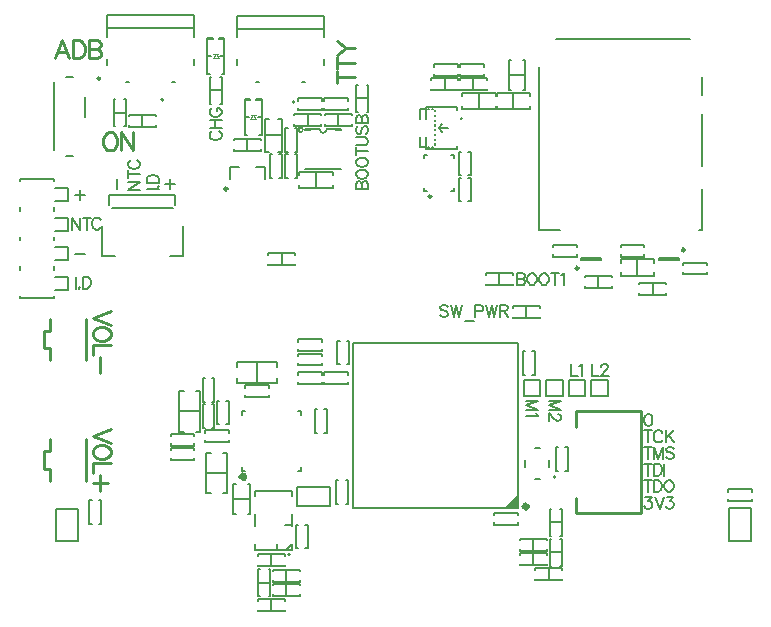
<source format=gto>
G04*
G04 #@! TF.GenerationSoftware,Altium Limited,Altium Designer,22.0.2 (36)*
G04*
G04 Layer_Color=65535*
%FSLAX25Y25*%
%MOIN*%
G70*
G04*
G04 #@! TF.SameCoordinates,2161BBB5-3730-4A37-975F-558EB53CE70B*
G04*
G04*
G04 #@! TF.FilePolarity,Positive*
G04*
G01*
G75*
%ADD10C,0.01000*%
%ADD11C,0.00984*%
%ADD12C,0.00787*%
%ADD13C,0.01968*%
%ADD14C,0.00394*%
%ADD15C,0.00800*%
%ADD16C,0.01500*%
%ADD17C,0.00500*%
%ADD18C,0.00600*%
%ADD19C,0.00591*%
%ADD20C,0.00709*%
G36*
X28346Y-61811D02*
X32283Y-57874D01*
Y-61811D01*
X28346D01*
D02*
G37*
D10*
X13465Y68110D02*
G03*
X13465Y68110I-79J0D01*
G01*
X3347Y42126D02*
G03*
X3347Y42126I-394J0D01*
G01*
X51575Y-63386D02*
Y-58268D01*
Y-63386D02*
X73228D01*
Y-29528D01*
X51575D02*
X73228D01*
X51575Y-34646D02*
Y-29528D01*
X-123622Y-52559D02*
Y-48622D01*
X-125591D02*
X-123622D01*
X-125591D02*
Y-42717D01*
X-123622D01*
Y-38780D01*
X-111811Y-52559D02*
Y-38780D01*
X-123622Y-12402D02*
Y-8465D01*
X-125591D02*
X-123622D01*
X-125591D02*
Y-2559D01*
X-123622D01*
Y1378D01*
X-111811Y-12402D02*
Y1378D01*
X-103450Y3937D02*
X-109449Y1652D01*
X-103450Y-634D02*
X-109449Y1652D01*
X-103450Y-3119D02*
X-103736Y-2547D01*
X-104307Y-1976D01*
X-104878Y-1690D01*
X-105735Y-1405D01*
X-107164D01*
X-108021Y-1690D01*
X-108592Y-1976D01*
X-109163Y-2547D01*
X-109449Y-3119D01*
Y-4261D01*
X-109163Y-4832D01*
X-108592Y-5404D01*
X-108021Y-5689D01*
X-107164Y-5975D01*
X-105735D01*
X-104878Y-5689D01*
X-104307Y-5404D01*
X-103736Y-4832D01*
X-103450Y-4261D01*
Y-3119D01*
Y-7375D02*
X-109449D01*
Y-10803D01*
X-106878Y-11460D02*
Y-16601D01*
X-28046Y81921D02*
X-22047D01*
X-28046Y79921D02*
Y83920D01*
Y86634D02*
X-22047D01*
X-28046Y84635D02*
Y88634D01*
Y89348D02*
X-25189Y91633D01*
X-22047D01*
X-28046Y93918D02*
X-25189Y91633D01*
X-103450Y-35433D02*
X-109449Y-37718D01*
X-103450Y-40003D02*
X-109449Y-37718D01*
X-103450Y-42489D02*
X-103736Y-41917D01*
X-104307Y-41346D01*
X-104878Y-41060D01*
X-105735Y-40775D01*
X-107164D01*
X-108021Y-41060D01*
X-108592Y-41346D01*
X-109163Y-41917D01*
X-109449Y-42489D01*
Y-43631D01*
X-109163Y-44203D01*
X-108592Y-44774D01*
X-108021Y-45060D01*
X-107164Y-45345D01*
X-105735D01*
X-104878Y-45060D01*
X-104307Y-44774D01*
X-103736Y-44203D01*
X-103450Y-43631D01*
Y-42489D01*
Y-46745D02*
X-109449D01*
Y-50173D01*
X-104307Y-53401D02*
X-109449D01*
X-106878Y-50830D02*
Y-55971D01*
X-104192Y63479D02*
X-104763Y63193D01*
X-105334Y62622D01*
X-105620Y62051D01*
X-105905Y61194D01*
Y59765D01*
X-105620Y58909D01*
X-105334Y58337D01*
X-104763Y57766D01*
X-104192Y57480D01*
X-103049D01*
X-102478Y57766D01*
X-101906Y58337D01*
X-101621Y58909D01*
X-101335Y59765D01*
Y61194D01*
X-101621Y62051D01*
X-101906Y62622D01*
X-102478Y63193D01*
X-103049Y63479D01*
X-104192D01*
X-99935D02*
Y57480D01*
Y63479D02*
X-95936Y57480D01*
Y63479D02*
Y57480D01*
X-117477Y88189D02*
X-119762Y94188D01*
X-122047Y88189D01*
X-121190Y90188D02*
X-118334D01*
X-116077Y94188D02*
Y88189D01*
Y94188D02*
X-114077D01*
X-113221Y93902D01*
X-112649Y93331D01*
X-112364Y92759D01*
X-112078Y91903D01*
Y90474D01*
X-112364Y89617D01*
X-112649Y89046D01*
X-113221Y88475D01*
X-114077Y88189D01*
X-116077D01*
X-110735Y94188D02*
Y88189D01*
Y94188D02*
X-108165D01*
X-107308Y93902D01*
X-107022Y93616D01*
X-106736Y93045D01*
Y92474D01*
X-107022Y91903D01*
X-107308Y91617D01*
X-108165Y91331D01*
X-110735D02*
X-108165D01*
X-107308Y91045D01*
X-107022Y90760D01*
X-106736Y90188D01*
Y89332D01*
X-107022Y88760D01*
X-107308Y88475D01*
X-108165Y88189D01*
X-110735D01*
D11*
X-107087Y81496D02*
G03*
X-107087Y81496I-394J0D01*
G01*
X87894Y24311D02*
G03*
X87894Y24311I-492J0D01*
G01*
X52461Y18209D02*
G03*
X52461Y18209I-492J0D01*
G01*
X-64567Y44685D02*
G03*
X-64567Y44685I-492J0D01*
G01*
D12*
X44882Y-51378D02*
G03*
X44882Y-51378I-394J0D01*
G01*
X-85827Y74409D02*
G03*
X-85827Y74409I-394J0D01*
G01*
X-42126Y73622D02*
G03*
X-42126Y73622I-394J0D01*
G01*
X-43701Y-77165D02*
G03*
X-43701Y-77165I-394J0D01*
G01*
X79331Y20866D02*
X86024D01*
X79331Y21654D02*
X86024D01*
X79331Y20866D02*
Y21654D01*
X86024Y20866D02*
Y21654D01*
X53347D02*
X60039D01*
X53347Y20866D02*
X60039D01*
Y21654D01*
X53347Y20866D02*
Y21654D01*
X28346Y-61811D02*
X32283Y-57874D01*
Y-61811D02*
Y-6693D01*
X-22835Y-61811D02*
Y-6693D01*
Y-61811D02*
X32283D01*
X-22835Y-6693D02*
X32283D01*
X-104724Y95374D02*
Y98130D01*
Y85925D02*
Y87894D01*
X-98425Y80413D02*
X-97244D01*
X-83071D02*
X-81890D01*
X-75591Y85925D02*
Y87894D01*
Y95374D02*
Y98130D01*
X-104724D02*
X-75591D01*
Y102461D01*
X-104724D02*
X-75591D01*
X-104724Y98130D02*
Y102461D01*
X44882Y94488D02*
X89764D01*
X39370Y31102D02*
Y85433D01*
Y31102D02*
X46457D01*
X92520D02*
X93701D01*
Y44488D01*
Y52362D02*
Y69685D01*
Y75984D02*
Y81890D01*
X-61417Y98032D02*
Y102362D01*
X-32283D01*
Y98032D02*
Y102362D01*
X-61417Y98032D02*
X-32283D01*
Y95276D02*
Y98032D01*
Y85827D02*
Y87795D01*
X-39764Y80315D02*
X-38583D01*
X-55118D02*
X-53937D01*
X-61417Y85827D02*
Y87795D01*
Y95276D02*
Y98032D01*
X-55020Y51968D02*
X-51968D01*
Y48031D02*
Y51968D01*
X-63779D02*
X-60728D01*
X-63779Y48031D02*
Y51968D01*
X-38583Y64370D02*
X-36968D01*
X-28386D02*
X-26772D01*
X-38583Y51378D02*
X-36968D01*
X-28386D02*
X-26772D01*
X-133858Y47244D02*
Y48031D01*
X-122441D01*
Y47244D02*
Y48031D01*
X-133858Y8268D02*
Y9055D01*
Y8268D02*
X-122441D01*
Y9055D01*
X-122047Y11024D02*
X-117717D01*
Y15354D01*
X-122047D02*
X-117717D01*
X-122047Y25197D02*
X-117717D01*
Y20866D02*
Y25197D01*
X-122047Y20866D02*
X-117717D01*
X-122047Y35039D02*
X-117717D01*
Y30709D02*
Y35039D01*
X-122047Y30709D02*
X-117717D01*
X-122047Y44882D02*
X-117717D01*
Y40551D02*
Y44882D01*
X-122047Y40551D02*
X-117717D01*
X-133858Y37402D02*
Y38583D01*
Y27559D02*
Y28740D01*
Y17717D02*
Y18898D01*
X-122441Y37402D02*
Y38583D01*
Y27559D02*
Y28740D01*
Y17717D02*
Y18898D01*
X-55512Y-67716D02*
Y-63779D01*
X-42913Y-67716D02*
Y-63779D01*
X-55512Y-75591D02*
Y-73622D01*
Y-75591D02*
X-42913D01*
Y-73622D01*
X-55512Y-57874D02*
Y-55905D01*
X-42913D01*
Y-57874D02*
Y-55905D01*
X-44882Y-75591D02*
X-42913Y-73622D01*
X-45276Y-67323D02*
X-42913D01*
X-48031Y-75591D02*
Y-73622D01*
D13*
X35335Y-61221D02*
G03*
X35335Y-61221I-492J0D01*
G01*
D14*
X-39961Y64370D02*
G03*
X-39961Y64370I-197J0D01*
G01*
X-68504Y89665D02*
X-67520Y88287D01*
X-68504D02*
X-67520D01*
X-68504Y89665D02*
X-67618D01*
X-69390D02*
X-68504D01*
X-69488Y88287D02*
X-68504D01*
X-69488D02*
X-68504Y89665D01*
X-55905Y69390D02*
X-54921Y68012D01*
X-55905D02*
X-54921D01*
X-55905Y69390D02*
X-55020D01*
X-56791D02*
X-55905D01*
X-56890Y68012D02*
X-55905D01*
X-56890D02*
X-55905Y69390D01*
D15*
X-33858Y64567D02*
G03*
X-31496Y64567I1181J0D01*
G01*
X-39438Y64370D02*
G03*
X-39438Y64370I-722J0D01*
G01*
X-31496Y64567D02*
X-26772D01*
X-38583D02*
X-33858D01*
X-38583Y51181D02*
X-26772D01*
X-21684Y44488D02*
X-17685D01*
X-21684D02*
Y46202D01*
X-21494Y46773D01*
X-21303Y46964D01*
X-20922Y47154D01*
X-20542D01*
X-20161Y46964D01*
X-19970Y46773D01*
X-19780Y46202D01*
Y44488D02*
Y46202D01*
X-19589Y46773D01*
X-19399Y46964D01*
X-19018Y47154D01*
X-18447D01*
X-18066Y46964D01*
X-17876Y46773D01*
X-17685Y46202D01*
Y44488D01*
X-21684Y49192D02*
X-21494Y48811D01*
X-21113Y48430D01*
X-20732Y48240D01*
X-20161Y48049D01*
X-19208D01*
X-18637Y48240D01*
X-18256Y48430D01*
X-17876Y48811D01*
X-17685Y49192D01*
Y49954D01*
X-17876Y50335D01*
X-18256Y50715D01*
X-18637Y50906D01*
X-19208Y51096D01*
X-20161D01*
X-20732Y50906D01*
X-21113Y50715D01*
X-21494Y50335D01*
X-21684Y49954D01*
Y49192D01*
Y53172D02*
X-21494Y52791D01*
X-21113Y52410D01*
X-20732Y52220D01*
X-20161Y52029D01*
X-19208D01*
X-18637Y52220D01*
X-18256Y52410D01*
X-17876Y52791D01*
X-17685Y53172D01*
Y53934D01*
X-17876Y54315D01*
X-18256Y54695D01*
X-18637Y54886D01*
X-19208Y55076D01*
X-20161D01*
X-20732Y54886D01*
X-21113Y54695D01*
X-21494Y54315D01*
X-21684Y53934D01*
Y53172D01*
Y57343D02*
X-17685D01*
X-21684Y56010D02*
Y58676D01*
Y59152D02*
X-18828D01*
X-18256Y59342D01*
X-17876Y59723D01*
X-17685Y60294D01*
Y60675D01*
X-17876Y61247D01*
X-18256Y61627D01*
X-18828Y61818D01*
X-21684D01*
X-21113Y65588D02*
X-21494Y65208D01*
X-21684Y64636D01*
Y63875D01*
X-21494Y63303D01*
X-21113Y62922D01*
X-20732D01*
X-20351Y63113D01*
X-20161Y63303D01*
X-19970Y63684D01*
X-19589Y64827D01*
X-19399Y65208D01*
X-19208Y65398D01*
X-18828Y65588D01*
X-18256D01*
X-17876Y65208D01*
X-17685Y64636D01*
Y63875D01*
X-17876Y63303D01*
X-18256Y62922D01*
X-21684Y66483D02*
X-17685D01*
X-21684D02*
Y68197D01*
X-21494Y68769D01*
X-21303Y68959D01*
X-20922Y69150D01*
X-20542D01*
X-20161Y68959D01*
X-19970Y68769D01*
X-19780Y68197D01*
Y66483D02*
Y68197D01*
X-19589Y68769D01*
X-19399Y68959D01*
X-19018Y69150D01*
X-18447D01*
X-18066Y68959D01*
X-17876Y68769D01*
X-17685Y68197D01*
Y66483D01*
X8965Y5396D02*
X8584Y5777D01*
X8013Y5968D01*
X7251D01*
X6680Y5777D01*
X6299Y5396D01*
Y5015D01*
X6490Y4635D01*
X6680Y4444D01*
X7061Y4254D01*
X8204Y3873D01*
X8584Y3682D01*
X8775Y3492D01*
X8965Y3111D01*
Y2540D01*
X8584Y2159D01*
X8013Y1969D01*
X7251D01*
X6680Y2159D01*
X6299Y2540D01*
X9860Y5968D02*
X10813Y1969D01*
X11765Y5968D02*
X10813Y1969D01*
X11765Y5968D02*
X12717Y1969D01*
X13669Y5968D02*
X12717Y1969D01*
X14469Y635D02*
X17516D01*
X18030Y3873D02*
X19744D01*
X20315Y4063D01*
X20506Y4254D01*
X20696Y4635D01*
Y5206D01*
X20506Y5587D01*
X20315Y5777D01*
X19744Y5968D01*
X18030D01*
Y1969D01*
X21591Y5968D02*
X22543Y1969D01*
X23495Y5968D02*
X22543Y1969D01*
X23495Y5968D02*
X24448Y1969D01*
X25400Y5968D02*
X24448Y1969D01*
X26200Y5968D02*
Y1969D01*
Y5968D02*
X27914D01*
X28485Y5777D01*
X28675Y5587D01*
X28866Y5206D01*
Y4825D01*
X28675Y4444D01*
X28485Y4254D01*
X27914Y4063D01*
X26200D01*
X27533D02*
X28866Y1969D01*
X31890Y16598D02*
Y12598D01*
Y16598D02*
X33604D01*
X34175Y16407D01*
X34365Y16217D01*
X34556Y15836D01*
Y15455D01*
X34365Y15074D01*
X34175Y14884D01*
X33604Y14693D01*
X31890D02*
X33604D01*
X34175Y14503D01*
X34365Y14312D01*
X34556Y13931D01*
Y13360D01*
X34365Y12979D01*
X34175Y12789D01*
X33604Y12598D01*
X31890D01*
X36593Y16598D02*
X36213Y16407D01*
X35832Y16026D01*
X35641Y15645D01*
X35451Y15074D01*
Y14122D01*
X35641Y13551D01*
X35832Y13170D01*
X36213Y12789D01*
X36593Y12598D01*
X37355D01*
X37736Y12789D01*
X38117Y13170D01*
X38307Y13551D01*
X38498Y14122D01*
Y15074D01*
X38307Y15645D01*
X38117Y16026D01*
X37736Y16407D01*
X37355Y16598D01*
X36593D01*
X40574D02*
X40193Y16407D01*
X39812Y16026D01*
X39621Y15645D01*
X39431Y15074D01*
Y14122D01*
X39621Y13551D01*
X39812Y13170D01*
X40193Y12789D01*
X40574Y12598D01*
X41335D01*
X41716Y12789D01*
X42097Y13170D01*
X42287Y13551D01*
X42478Y14122D01*
Y15074D01*
X42287Y15645D01*
X42097Y16026D01*
X41716Y16407D01*
X41335Y16598D01*
X40574D01*
X44744D02*
Y12598D01*
X43411Y16598D02*
X46077D01*
X46553Y15836D02*
X46934Y16026D01*
X47506Y16598D01*
Y12598D01*
X75743Y-35863D02*
Y-39862D01*
X74409Y-35863D02*
X77075D01*
X80408Y-36815D02*
X80218Y-36434D01*
X79837Y-36053D01*
X79456Y-35863D01*
X78694D01*
X78313Y-36053D01*
X77933Y-36434D01*
X77742Y-36815D01*
X77552Y-37387D01*
Y-38339D01*
X77742Y-38910D01*
X77933Y-39291D01*
X78313Y-39672D01*
X78694Y-39862D01*
X79456D01*
X79837Y-39672D01*
X80218Y-39291D01*
X80408Y-38910D01*
X81532Y-35863D02*
Y-39862D01*
X84198Y-35863D02*
X81532Y-38529D01*
X82484Y-37577D02*
X84198Y-39862D01*
X75743Y-41375D02*
Y-45374D01*
X74409Y-41375D02*
X77075D01*
X77552D02*
Y-45374D01*
Y-41375D02*
X79075Y-45374D01*
X80599Y-41375D02*
X79075Y-45374D01*
X80599Y-41375D02*
Y-45374D01*
X84407Y-41946D02*
X84026Y-41565D01*
X83455Y-41375D01*
X82693D01*
X82122Y-41565D01*
X81741Y-41946D01*
Y-42327D01*
X81932Y-42708D01*
X82122Y-42898D01*
X82503Y-43089D01*
X83646Y-43470D01*
X84026Y-43660D01*
X84217Y-43850D01*
X84407Y-44231D01*
Y-44803D01*
X84026Y-45184D01*
X83455Y-45374D01*
X82693D01*
X82122Y-45184D01*
X81741Y-44803D01*
X75743Y-46887D02*
Y-50886D01*
X74409Y-46887D02*
X77075D01*
X77552D02*
Y-50886D01*
Y-46887D02*
X78885D01*
X79456Y-47077D01*
X79837Y-47458D01*
X80027Y-47839D01*
X80218Y-48410D01*
Y-49362D01*
X80027Y-49934D01*
X79837Y-50314D01*
X79456Y-50695D01*
X78885Y-50886D01*
X77552D01*
X81113Y-46887D02*
Y-50886D01*
X75743Y-52399D02*
Y-56398D01*
X74409Y-52399D02*
X77075D01*
X77552D02*
Y-56398D01*
Y-52399D02*
X78885D01*
X79456Y-52589D01*
X79837Y-52970D01*
X80027Y-53351D01*
X80218Y-53922D01*
Y-54874D01*
X80027Y-55445D01*
X79837Y-55826D01*
X79456Y-56207D01*
X78885Y-56398D01*
X77552D01*
X82255Y-52399D02*
X81875Y-52589D01*
X81494Y-52970D01*
X81303Y-53351D01*
X81113Y-53922D01*
Y-54874D01*
X81303Y-55445D01*
X81494Y-55826D01*
X81875Y-56207D01*
X82255Y-56398D01*
X83017D01*
X83398Y-56207D01*
X83779Y-55826D01*
X83969Y-55445D01*
X84160Y-54874D01*
Y-53922D01*
X83969Y-53351D01*
X83779Y-52970D01*
X83398Y-52589D01*
X83017Y-52399D01*
X82255D01*
X74790Y-57910D02*
X76885D01*
X75743Y-59434D01*
X76314D01*
X76695Y-59624D01*
X76885Y-59815D01*
X77075Y-60386D01*
Y-60767D01*
X76885Y-61338D01*
X76504Y-61719D01*
X75933Y-61910D01*
X75362D01*
X74790Y-61719D01*
X74600Y-61529D01*
X74409Y-61148D01*
X77971Y-57910D02*
X79494Y-61910D01*
X81018Y-57910D02*
X79494Y-61910D01*
X81913Y-57910D02*
X84007D01*
X82865Y-59434D01*
X83436D01*
X83817Y-59624D01*
X84007Y-59815D01*
X84198Y-60386D01*
Y-60767D01*
X84007Y-61338D01*
X83627Y-61719D01*
X83055Y-61910D01*
X82484D01*
X81913Y-61719D01*
X81722Y-61529D01*
X81532Y-61148D01*
X75552Y-30351D02*
X74981Y-30542D01*
X74600Y-31113D01*
X74409Y-32065D01*
Y-32636D01*
X74600Y-33589D01*
X74981Y-34160D01*
X75552Y-34350D01*
X75933D01*
X76504Y-34160D01*
X76885Y-33589D01*
X77075Y-32636D01*
Y-32065D01*
X76885Y-31113D01*
X76504Y-30542D01*
X75933Y-30351D01*
X75552D01*
X-85318Y46202D02*
X-81890D01*
X-83604Y44488D02*
Y47916D01*
X-97700Y44449D02*
X-93701D01*
X-97700D02*
X-93701Y47115D01*
X-97700D02*
X-93701D01*
X-97700Y49553D02*
X-93701D01*
X-97700Y48219D02*
Y50886D01*
X-96748Y54218D02*
X-97129Y54028D01*
X-97509Y53647D01*
X-97700Y53266D01*
Y52504D01*
X-97509Y52123D01*
X-97129Y51743D01*
X-96748Y51552D01*
X-96176Y51362D01*
X-95224D01*
X-94653Y51552D01*
X-94272Y51743D01*
X-93891Y52123D01*
X-93701Y52504D01*
Y53266D01*
X-93891Y53647D01*
X-94272Y54028D01*
X-94653Y54218D01*
X-101320Y44488D02*
Y47916D01*
X-91401Y44488D02*
X-87402D01*
X-87783Y45517D02*
X-87592Y45326D01*
X-87402Y45517D01*
X-87592Y45707D01*
X-87783Y45517D01*
X-91401Y46583D02*
X-87402D01*
X-91401D02*
Y47916D01*
X-91210Y48487D01*
X-90829Y48868D01*
X-90449Y49059D01*
X-89877Y49249D01*
X-88925D01*
X-88354Y49059D01*
X-87973Y48868D01*
X-87592Y48487D01*
X-87402Y47916D01*
Y46583D01*
X-69582Y63880D02*
X-69963Y63690D01*
X-70344Y63309D01*
X-70535Y62928D01*
Y62166D01*
X-70344Y61785D01*
X-69963Y61405D01*
X-69582Y61214D01*
X-69011Y61024D01*
X-68059D01*
X-67488Y61214D01*
X-67107Y61405D01*
X-66726Y61785D01*
X-66535Y62166D01*
Y62928D01*
X-66726Y63309D01*
X-67107Y63690D01*
X-67488Y63880D01*
X-70535Y65004D02*
X-66535D01*
X-70535Y67670D02*
X-66535D01*
X-68630Y65004D02*
Y67670D01*
X-69582Y71631D02*
X-69963Y71440D01*
X-70344Y71060D01*
X-70535Y70679D01*
Y69917D01*
X-70344Y69536D01*
X-69963Y69155D01*
X-69582Y68965D01*
X-69011Y68774D01*
X-68059D01*
X-67488Y68965D01*
X-67107Y69155D01*
X-66726Y69536D01*
X-66535Y69917D01*
Y70679D01*
X-66726Y71060D01*
X-67107Y71440D01*
X-67488Y71631D01*
X-68059D01*
Y70679D02*
Y71631D01*
X39039Y-25984D02*
X35039D01*
X39039D02*
X35039Y-27508D01*
X39039Y-29031D02*
X35039Y-27508D01*
X39039Y-29031D02*
X35039D01*
X38277Y-30174D02*
X38467Y-30555D01*
X39039Y-31126D01*
X35039D01*
X46519Y-25984D02*
X42520D01*
X46519D02*
X42520Y-27508D01*
X46519Y-29031D02*
X42520Y-27508D01*
X46519Y-29031D02*
X42520D01*
X45567Y-30364D02*
X45757D01*
X46138Y-30555D01*
X46328Y-30745D01*
X46519Y-31126D01*
Y-31888D01*
X46328Y-32269D01*
X46138Y-32459D01*
X45757Y-32649D01*
X45376D01*
X44995Y-32459D01*
X44424Y-32078D01*
X42520Y-30174D01*
Y-32840D01*
X50000Y-13717D02*
Y-17717D01*
X52285D01*
X52723Y-14479D02*
X53104Y-14289D01*
X53675Y-13717D01*
Y-17717D01*
X57087Y-13717D02*
Y-17717D01*
X59372D01*
X60000Y-14670D02*
Y-14479D01*
X60191Y-14098D01*
X60381Y-13908D01*
X60762Y-13717D01*
X61524D01*
X61905Y-13908D01*
X62095Y-14098D01*
X62286Y-14479D01*
Y-14860D01*
X62095Y-15241D01*
X61714Y-15812D01*
X59810Y-17717D01*
X62476D01*
X-113640Y44373D02*
Y40945D01*
X-115354Y42659D02*
X-111926D01*
X-116535Y35102D02*
Y31102D01*
Y35102D02*
X-113869Y31102D01*
Y35102D02*
Y31102D01*
X-111432Y35102D02*
Y31102D01*
X-112765Y35102D02*
X-110099D01*
X-106766Y34149D02*
X-106957Y34530D01*
X-107337Y34911D01*
X-107718Y35102D01*
X-108480D01*
X-108861Y34911D01*
X-109242Y34530D01*
X-109432Y34149D01*
X-109623Y33578D01*
Y32626D01*
X-109432Y32054D01*
X-109242Y31674D01*
X-108861Y31293D01*
X-108480Y31102D01*
X-107718D01*
X-107337Y31293D01*
X-106957Y31674D01*
X-106766Y32054D01*
X-115354Y22974D02*
X-111926D01*
X-114961Y15416D02*
Y11417D01*
X-113932Y11798D02*
X-114123Y11608D01*
X-113932Y11417D01*
X-113742Y11608D01*
X-113932Y11798D01*
X-112866Y15416D02*
Y11417D01*
Y15416D02*
X-111533D01*
X-110961Y15226D01*
X-110581Y14845D01*
X-110390Y14464D01*
X-110200Y13893D01*
Y12941D01*
X-110390Y12370D01*
X-110581Y11989D01*
X-110961Y11608D01*
X-111533Y11417D01*
X-112866D01*
D16*
X-58793Y-51370D02*
G03*
X-58793Y-51370I-707J0D01*
G01*
D17*
X-81890Y39370D02*
Y42520D01*
X-103937D02*
X-81890D01*
X-103937Y39370D02*
Y42520D01*
X-106299Y22441D02*
X-101969D01*
X-106299D02*
Y32283D01*
X-83858Y22441D02*
X-79528D01*
Y32283D01*
X-103150Y38189D02*
X-82677D01*
X109990Y-72638D02*
Y-61811D01*
X102628D02*
X109990D01*
X102628Y-72638D02*
X109990D01*
X102628D02*
Y-61811D01*
X-121811Y-72716D02*
Y-61890D01*
Y-72716D02*
X-114449D01*
X-121811Y-61890D02*
X-114449D01*
Y-72716D02*
Y-61890D01*
X-118504Y55709D02*
X-116142D01*
X-118504Y82087D02*
X-116142D01*
X-122441Y57480D02*
Y80315D01*
X-112205Y68504D02*
Y75197D01*
X984Y44094D02*
X1969D01*
X984D02*
Y45079D01*
Y54921D02*
Y55905D01*
X1969D01*
X9843Y44094D02*
X10827D01*
Y45079D01*
X9843Y55905D02*
X10827D01*
Y54921D02*
Y55905D01*
X42618Y-48130D02*
Y-45768D01*
X34744Y-48130D02*
Y-45768D01*
X37894Y-41831D02*
X39469D01*
X37894Y-52067D02*
X39469D01*
D18*
X5906Y64961D02*
X7087Y66142D01*
X5906Y64961D02*
X7087Y63779D01*
X5906Y64961D02*
X9055D01*
X4724Y65748D02*
Y66142D01*
Y64173D02*
Y64567D01*
Y67323D02*
Y67716D01*
Y62598D02*
Y62992D01*
Y61024D02*
Y61417D01*
Y68898D02*
Y69291D01*
Y70472D02*
Y70866D01*
X3543Y71260D02*
X3937D01*
X2362D02*
X2756D01*
X4724Y59449D02*
Y59842D01*
X3543Y58661D02*
X3937D01*
X2362D02*
X2756D01*
X1575Y68110D02*
Y72047D01*
X11811D01*
Y70866D02*
Y72047D01*
X1575Y57874D02*
Y61811D01*
Y57874D02*
X11811D01*
Y59055D01*
X-394Y58661D02*
X1575D01*
X-394D02*
X-394Y61811D01*
X-394Y68110D02*
Y71260D01*
X1575D01*
X-59850Y-29520D02*
X-58800D01*
X-40150Y-30570D02*
Y-29520D01*
X-59850Y-49220D02*
Y-48170D01*
X-40150Y-49220D02*
Y-48170D01*
X-41200Y-29520D02*
X-40150D01*
X-59850Y-30570D02*
Y-29520D01*
Y-49220D02*
X-58800D01*
X-41200D02*
X-40150D01*
D19*
X19291Y71260D02*
Y76772D01*
X13780Y75590D02*
Y76772D01*
X24803D01*
Y75590D02*
Y76772D01*
Y71260D02*
Y72441D01*
X13780Y71260D02*
X24803D01*
X13780D02*
Y72441D01*
X12992Y85433D02*
Y86221D01*
X20866D01*
Y85433D02*
Y86221D01*
Y82284D02*
Y83071D01*
X12992Y82284D02*
X20866D01*
X12992D02*
Y83071D01*
X17323Y77528D02*
Y81528D01*
X21823Y77528D02*
Y78028D01*
X12823Y77528D02*
X21823D01*
X12823D02*
Y78028D01*
Y81028D02*
Y81528D01*
X21823D01*
Y81028D02*
Y81528D01*
X25197Y71260D02*
Y72441D01*
Y71260D02*
X36220D01*
Y72441D01*
Y75590D02*
Y76772D01*
X25197D02*
X36220D01*
X25197Y75590D02*
Y76772D01*
X30709Y71260D02*
Y76772D01*
X-41732Y-75197D02*
X-40945D01*
X-41732D02*
Y-67323D01*
X-40945D01*
X-38583D02*
X-37795D01*
Y-75197D02*
Y-67323D01*
X-38583Y-75197D02*
X-37795D01*
X-62598Y-58661D02*
X-57087D01*
X-57842Y-53661D02*
X-57087D01*
Y-63661D02*
Y-53661D01*
X-57842Y-63661D02*
X-57087D01*
X-62598D02*
X-61843D01*
X-62598D02*
Y-53661D01*
X-61843D01*
X-110630Y-59055D02*
X-109843D01*
X-110630Y-66929D02*
Y-59055D01*
Y-66929D02*
X-109843D01*
X-107480D02*
X-106693D01*
Y-59055D01*
X-107480D02*
X-106693D01*
X102362Y-59449D02*
Y-58661D01*
Y-59449D02*
X110236D01*
Y-58661D01*
Y-56299D02*
Y-55512D01*
X102362D02*
X110236D01*
X102362Y-56299D02*
Y-55512D01*
X7874Y77528D02*
Y81528D01*
X3374Y81028D02*
Y81528D01*
X12374D01*
Y81028D02*
Y81528D01*
Y77528D02*
Y78028D01*
X3374Y77528D02*
X12374D01*
X3374D02*
Y78028D01*
X12205Y82284D02*
Y83071D01*
X4331Y82284D02*
X12205D01*
X4331D02*
Y83071D01*
Y85433D02*
Y86221D01*
X12205D01*
Y85433D02*
Y86221D01*
X-32283Y-20472D02*
Y-19685D01*
Y-20472D02*
X-24409D01*
Y-19685D01*
Y-17323D02*
Y-16535D01*
X-32283D02*
X-24409D01*
X-32283Y-17323D02*
Y-16535D01*
X-33203Y-14173D02*
Y-13386D01*
X-41077Y-14173D02*
X-33203D01*
X-41077D02*
Y-13386D01*
Y-11024D02*
Y-10236D01*
X-33203D01*
Y-11024D02*
Y-10236D01*
X-41077Y-17323D02*
Y-16535D01*
X-33203D01*
Y-17323D02*
Y-16535D01*
Y-20472D02*
Y-19685D01*
X-41077Y-20472D02*
X-33203D01*
X-41077D02*
Y-19685D01*
Y-9449D02*
Y-8661D01*
Y-9449D02*
X-33203D01*
Y-8661D01*
Y-6299D02*
Y-5512D01*
X-41077D02*
X-33203D01*
X-41077Y-6299D02*
Y-5512D01*
X35039Y1543D02*
Y5543D01*
X30539Y5043D02*
Y5543D01*
X39539D01*
Y5043D02*
Y5543D01*
Y1543D02*
Y2043D01*
X30539Y1543D02*
X39539D01*
X30539D02*
Y2043D01*
X-64173Y-36614D02*
Y-35827D01*
X-72047D02*
X-64173D01*
X-72047Y-36614D02*
Y-35827D01*
Y-39764D02*
Y-38976D01*
Y-39764D02*
X-64173D01*
Y-38976D01*
X-21685Y74803D02*
X-17685D01*
X-18185Y79303D02*
X-17685D01*
Y70303D02*
Y79303D01*
X-18185Y70303D02*
X-17685D01*
X-21685D02*
X-21185D01*
X-21685D02*
Y79303D01*
X-21185D01*
X81665Y12917D02*
Y13417D01*
X72665D02*
X81665D01*
X72665Y12917D02*
Y13417D01*
Y9417D02*
Y9917D01*
Y9417D02*
X81665D01*
Y9917D01*
X77165Y9417D02*
Y13417D01*
X74410Y25197D02*
Y25984D01*
X66535D02*
X74410D01*
X66535Y25197D02*
Y25984D01*
Y22047D02*
Y22835D01*
Y22047D02*
X74410D01*
Y22835D01*
X95276Y19291D02*
Y20079D01*
X87402D02*
X95276D01*
X87402Y19291D02*
Y20079D01*
Y16142D02*
Y16929D01*
Y16142D02*
X95276D01*
Y16929D01*
X77559Y20079D02*
Y21260D01*
X66535D02*
X77559D01*
X66535Y20079D02*
Y21260D01*
Y15748D02*
Y16929D01*
Y15748D02*
X77559D01*
Y16929D01*
X72047Y15748D02*
Y21260D01*
X54555Y11779D02*
Y12280D01*
Y11779D02*
X63555D01*
Y12280D01*
Y15280D02*
Y15779D01*
X54555D02*
X63555D01*
X54555Y15280D02*
Y15779D01*
X59055Y11779D02*
Y15779D01*
X44094Y22047D02*
Y22835D01*
Y22047D02*
X51968D01*
Y22835D01*
Y25197D02*
Y25984D01*
X44094D02*
X51968D01*
X44094Y25197D02*
Y25984D01*
X15748Y48425D02*
X16535D01*
Y40551D02*
Y48425D01*
X15748Y40551D02*
X16535D01*
X12598D02*
X13386D01*
X12598D02*
Y48425D01*
X13386D01*
X-41957Y22760D02*
Y23260D01*
X-50957D02*
X-41957D01*
X-50957Y22760D02*
Y23260D01*
Y19260D02*
Y19760D01*
Y19260D02*
X-41957D01*
Y19760D01*
X-46457Y19260D02*
Y23260D01*
X-92913Y65323D02*
Y69323D01*
X-97413Y68823D02*
Y69323D01*
X-88413D01*
Y68823D02*
Y69323D01*
Y65323D02*
Y65823D01*
X-97413Y65323D02*
X-88413D01*
X-97413D02*
Y65823D01*
X42882Y-66535D02*
X46882D01*
X46382Y-62035D02*
X46882D01*
Y-71035D02*
Y-62035D01*
X46382Y-71035D02*
X46882D01*
X42882D02*
X43382D01*
X42882D02*
Y-62035D01*
X43382D01*
X42882Y-76378D02*
X46882D01*
X46382Y-71878D02*
X46882D01*
Y-80878D02*
Y-71878D01*
X46382Y-80878D02*
X46882D01*
X42882D02*
X43382D01*
X42882D02*
Y-71878D01*
X43382D01*
X37402Y-80740D02*
Y-76740D01*
X32902Y-77240D02*
Y-76740D01*
X41902D01*
Y-77240D02*
Y-76740D01*
Y-80740D02*
Y-80240D01*
X32902Y-80740D02*
X41902D01*
X32902D02*
Y-80240D01*
X42520Y-85858D02*
Y-81858D01*
X47020Y-85858D02*
Y-85358D01*
X38020Y-85858D02*
X47020D01*
X38020D02*
Y-85358D01*
Y-82358D02*
Y-81858D01*
X47020D01*
Y-82358D02*
Y-81858D01*
X-24803Y-5906D02*
X-24016D01*
Y-13780D02*
Y-5906D01*
X-24803Y-13780D02*
X-24016D01*
X-27953D02*
X-27165D01*
X-27953D02*
Y-5906D01*
X-27165D01*
X24409Y-67323D02*
Y-66535D01*
Y-67323D02*
X32283D01*
Y-66535D01*
Y-64173D02*
Y-63386D01*
X24409D02*
X32283D01*
X24409Y-64173D02*
Y-63386D01*
X44882Y-41339D02*
X45669D01*
X44882Y-49213D02*
Y-41339D01*
Y-49213D02*
X45669D01*
X48031D02*
X48819D01*
Y-41339D01*
X48031D02*
X48819D01*
X15748Y57087D02*
X16535D01*
Y49213D02*
Y57087D01*
X15748Y49213D02*
X16535D01*
X12598D02*
X13386D01*
X12598D02*
Y57087D01*
X13386D01*
X-29528Y49213D02*
Y50394D01*
X-40551D02*
X-29528D01*
X-40551Y49213D02*
Y50394D01*
Y44882D02*
Y46063D01*
Y44882D02*
X-29528D01*
Y46063D01*
X-35039Y44882D02*
Y50394D01*
X-47244Y48425D02*
X-46457D01*
Y56299D01*
X-47244D02*
X-46457D01*
X-50394D02*
X-49606D01*
X-50394Y48425D02*
Y56299D01*
Y48425D02*
X-49606D01*
X-42126D02*
X-41339D01*
Y56299D01*
X-42126D02*
X-41339D01*
X-45276D02*
X-44488D01*
X-45276Y48425D02*
Y56299D01*
Y48425D02*
X-44488D01*
X-45276Y64961D02*
X-44488D01*
X-45276Y57087D02*
Y64961D01*
Y57087D02*
X-44488D01*
X-42126D02*
X-41339D01*
Y64961D01*
X-42126D02*
X-41339D01*
X-40945Y70866D02*
Y71654D01*
Y70866D02*
X-33071D01*
Y71654D01*
Y74016D02*
Y74803D01*
X-40945D02*
X-33071D01*
X-40945Y74016D02*
Y74803D01*
X-24409Y74016D02*
Y74803D01*
X-32283D02*
X-24409D01*
X-32283Y74016D02*
Y74803D01*
Y70866D02*
Y71654D01*
Y70866D02*
X-24409D01*
Y71654D01*
X-47638Y57087D02*
X-46457D01*
Y68110D01*
X-47638D02*
X-46457D01*
X-51968D02*
X-50787D01*
X-51968Y57087D02*
Y68110D01*
Y57087D02*
X-50787D01*
X-51968Y62599D02*
X-46457D01*
X-71260Y88976D02*
X-69882D01*
X-67126D02*
X-65748D01*
X-66504Y82976D02*
X-65748D01*
Y94882D01*
X-67504Y94476D02*
X-65748D01*
X-71260D02*
X-69504D01*
X-71260Y82976D02*
Y94882D01*
Y82976D02*
X-70504D01*
X-65748Y94476D02*
Y94976D01*
X-67504D02*
X-65748D01*
X-67504Y94476D02*
Y94976D01*
X-71260Y94476D02*
Y94976D01*
X-69504D01*
Y94476D02*
Y94976D01*
X-58661Y68701D02*
X-57284D01*
X-54528D02*
X-53150D01*
X-56906Y74201D02*
Y74701D01*
X-58661D02*
X-56906D01*
X-58661Y74201D02*
Y74701D01*
X-54905Y74201D02*
Y74701D01*
X-53150D01*
Y74201D02*
Y74701D01*
X-58661Y62701D02*
X-57906D01*
X-58661D02*
Y74606D01*
Y74201D02*
X-56906D01*
X-54905D02*
X-53150D01*
Y62701D02*
Y74606D01*
X-53905Y62701D02*
X-53150D01*
X-70504Y82059D02*
X-70004D01*
X-70504Y73059D02*
Y82059D01*
Y73059D02*
X-70004D01*
X-67004D02*
X-66504D01*
Y82059D01*
X-67004D02*
X-66504D01*
X-70504Y77559D02*
X-66504D01*
X32902Y-76016D02*
Y-75516D01*
Y-76016D02*
X41902D01*
Y-75516D01*
Y-72516D02*
Y-72016D01*
X32902D02*
X41902D01*
X32902Y-72516D02*
Y-72016D01*
X37402Y-76016D02*
Y-72016D01*
X-53374Y60949D02*
Y61449D01*
X-62374D02*
X-53374D01*
X-62374Y60949D02*
Y61449D01*
Y57449D02*
Y57949D01*
Y57449D02*
X-53374D01*
Y57949D01*
X-57874Y57449D02*
Y61449D01*
X-42295Y65717D02*
Y66217D01*
Y65717D02*
X-33295D01*
Y66217D01*
Y69217D02*
Y69717D01*
X-42295D02*
X-33295D01*
X-42295Y69217D02*
Y69717D01*
X-37795Y65717D02*
Y69717D01*
X-23059Y69217D02*
Y69717D01*
X-32059D02*
X-23059D01*
X-32059Y69217D02*
Y69717D01*
Y65717D02*
Y66217D01*
Y65717D02*
X-23059D01*
Y66217D01*
X-27559Y65717D02*
Y69717D01*
X-102394Y74579D02*
X-101894D01*
X-102394Y65579D02*
Y74579D01*
Y65579D02*
X-101894D01*
X-98894D02*
X-98394D01*
Y74579D01*
X-98894D02*
X-98394D01*
X-102394Y70079D02*
X-98394D01*
X33858Y-9449D02*
X34646D01*
X33858Y-17323D02*
Y-9449D01*
Y-17323D02*
X34646D01*
X37008D02*
X37795D01*
Y-9449D01*
X37008D02*
X37795D01*
X30484Y16067D02*
Y16567D01*
X21484D02*
X30484D01*
X21484Y16067D02*
Y16567D01*
Y12567D02*
Y13067D01*
Y12567D02*
X30484D01*
Y13067D01*
X25984Y12567D02*
Y16567D01*
X33890Y77677D02*
X34646D01*
Y87677D01*
X33890D02*
X34646D01*
X29134D02*
X29890D01*
X29134Y77677D02*
Y87677D01*
Y77677D02*
X29890D01*
X29134Y82677D02*
X34646D01*
X-35433Y-28740D02*
X-34646D01*
X-35433Y-36614D02*
Y-28740D01*
Y-36614D02*
X-34646D01*
X-32283D02*
X-31496D01*
Y-28740D01*
X-32283D02*
X-31496D01*
X-71653Y-50000D02*
X-64567D01*
X-66142Y-56693D02*
X-64567D01*
Y-43307D01*
X-66142D02*
X-64567D01*
X-71653D02*
X-70079D01*
X-71653Y-56693D02*
Y-43307D01*
Y-56693D02*
X-70079D01*
X-83465Y-45669D02*
Y-44882D01*
Y-45669D02*
X-75590D01*
Y-44882D01*
Y-42520D02*
Y-41732D01*
X-83465D02*
X-75590D01*
X-83465Y-42520D02*
Y-41732D01*
X-72835Y-27165D02*
X-72047D01*
X-72835Y-35039D02*
Y-27165D01*
Y-35039D02*
X-72047D01*
X-69685D02*
X-68898D01*
Y-27165D01*
X-69685D02*
X-68898D01*
X-68110Y-25984D02*
X-67323D01*
X-68110Y-33858D02*
Y-25984D01*
Y-33858D02*
X-67323D01*
X-64961D02*
X-64173D01*
Y-25984D01*
X-64961D02*
X-64173D01*
X-80709Y-29528D02*
X-73622D01*
X-80709Y-22835D02*
X-79134D01*
X-80709Y-36220D02*
Y-22835D01*
Y-36220D02*
X-79134D01*
X-75197D02*
X-73622D01*
Y-22835D01*
X-75197D02*
X-73622D01*
X-69685Y-26378D02*
X-68898D01*
Y-18504D01*
X-69685D02*
X-68898D01*
X-72835D02*
X-72047D01*
X-72835Y-26378D02*
Y-18504D01*
Y-26378D02*
X-72047D01*
X-58661Y-24803D02*
Y-24016D01*
Y-24803D02*
X-50787D01*
Y-24016D01*
Y-21654D02*
Y-20866D01*
X-58661D02*
X-50787D01*
X-58661Y-21654D02*
Y-20866D01*
X-54724Y-20079D02*
Y-12992D01*
X-61417Y-20079D02*
Y-18504D01*
Y-20079D02*
X-48031D01*
Y-18504D01*
Y-14567D02*
Y-12992D01*
X-61417D02*
X-48031D01*
X-61417Y-14567D02*
Y-12992D01*
X-83465Y-40945D02*
Y-40157D01*
Y-40945D02*
X-75590D01*
Y-40157D01*
Y-37795D02*
Y-37008D01*
X-83465D02*
X-75590D01*
X-83465Y-37795D02*
Y-37008D01*
X-50000Y-96095D02*
Y-92094D01*
X-45500Y-96095D02*
Y-95595D01*
X-54500Y-96095D02*
X-45500D01*
X-54500D02*
Y-95595D01*
Y-92594D02*
Y-92094D01*
X-45500D01*
Y-92594D02*
Y-92094D01*
X-40382Y-87476D02*
Y-86976D01*
X-49382D02*
X-40382D01*
X-49382Y-87476D02*
Y-86976D01*
Y-90976D02*
Y-90476D01*
Y-90976D02*
X-40382D01*
Y-90476D01*
X-44882Y-90976D02*
Y-86976D01*
X-54362Y-86614D02*
X-50362D01*
X-54362Y-91114D02*
X-53862D01*
X-54362D02*
Y-82114D01*
X-53862D01*
X-50862D02*
X-50362D01*
Y-91114D02*
Y-82114D01*
X-50862Y-91114D02*
X-50362D01*
X-44882Y-86252D02*
Y-82252D01*
X-40382Y-86252D02*
Y-85752D01*
X-49382Y-86252D02*
X-40382D01*
X-49382D02*
Y-85752D01*
Y-82752D02*
Y-82252D01*
X-40382D01*
Y-82752D02*
Y-82252D01*
X-50000Y-81134D02*
Y-77134D01*
X-54500Y-77634D02*
Y-77134D01*
X-45500D01*
Y-77634D02*
Y-77134D01*
Y-81134D02*
Y-80634D01*
X-54500Y-81134D02*
X-45500D01*
X-54500D02*
Y-80634D01*
X-28346Y-60236D02*
X-27559D01*
X-28346D02*
Y-52362D01*
X-27559D01*
X-25197D02*
X-24409D01*
Y-60236D02*
Y-52362D01*
X-25197Y-60236D02*
X-24409D01*
D20*
X34252Y-24409D02*
Y-18898D01*
X39764D01*
Y-24409D02*
Y-18898D01*
X34252Y-24409D02*
X39764D01*
X56693D02*
Y-18898D01*
X62205D01*
Y-24409D02*
Y-18898D01*
X56693Y-24409D02*
X62205D01*
X41732D02*
Y-18898D01*
X47244D01*
Y-24409D02*
Y-18898D01*
X41732Y-24409D02*
X47244D01*
X49213Y-18898D02*
X54724D01*
Y-24409D02*
Y-18898D01*
X49213Y-24409D02*
X54724D01*
X49213D02*
Y-18898D01*
X-30315Y-61024D02*
Y-54724D01*
X-41339D02*
X-30315D01*
X-41339Y-61024D02*
Y-54724D01*
Y-61024D02*
X-30315D01*
M02*

</source>
